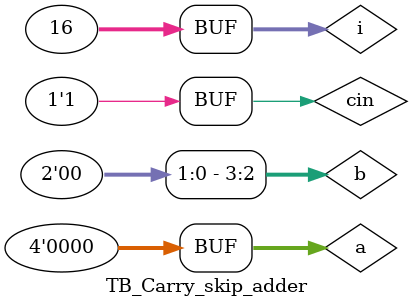
<source format=v>
`timescale 1ns / 1ps

module TB_Carry_skip_adder;
reg [3:0]a,b;
reg cin;
wire [3:0]sum;
wire cout;
integer i;

Carry_Skip_Adder dut(a,b,cin,sum,cout);

initial begin 

{a,b}=0;cin=0;#10;

for(i=0;i<16;i=i+1) begin
{a,b}={$random,$random}; cin=0; #10;
cin=1; #10;
end    
end
endmodule

</source>
